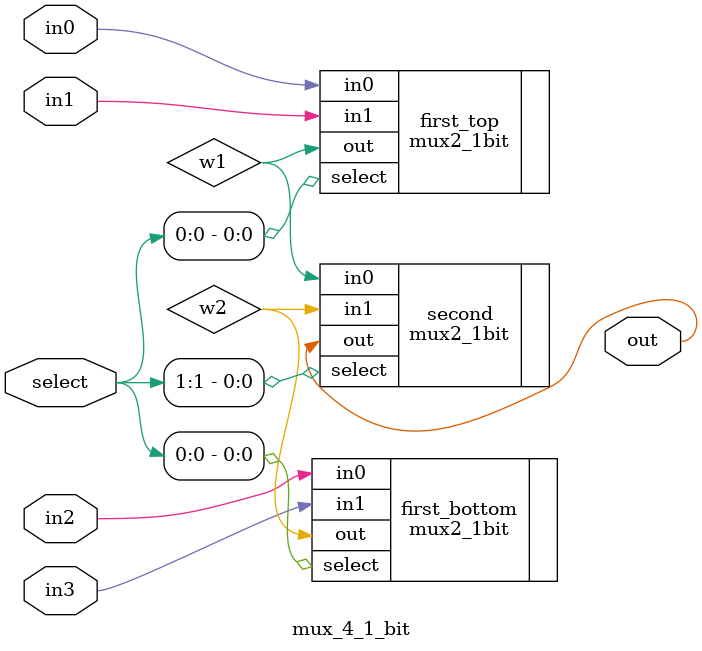
<source format=v>
module mux_4_1_bit(select, in0, in1, in2, in3, out);
input [1:0] select;
input in0, in1, in2, in3;
output out;
wire w1, w2;
mux2_1bit first_top(.select(select[0]), .in0(in0), .in1(in1), .out(w1));
mux2_1bit first_bottom(.select(select[0]), .in0(in2), .in1(in3), .out(w2));
mux2_1bit second(.select(select[1]), .in0(w1), .in1(w2), .out(out));
endmodule

</source>
